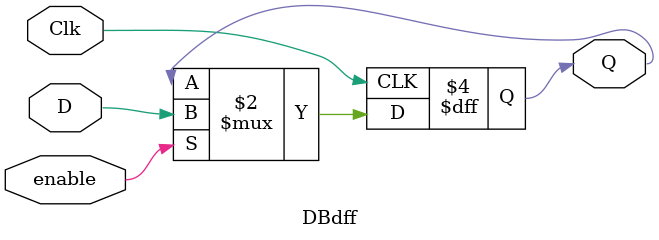
<source format=sv>
module DBdff (
	input  logic Clk,
    input  logic enable,
	input  logic D,
	output logic Q
);
    always_ff @(posedge Clk) begin
        if (enable)
            Q <= D;
    end
endmodule

</source>
